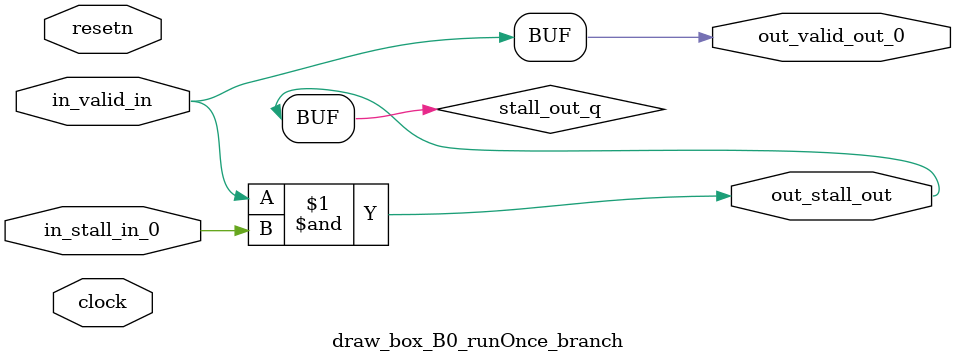
<source format=sv>



(* altera_attribute = "-name AUTO_SHIFT_REGISTER_RECOGNITION OFF; -name MESSAGE_DISABLE 10036; -name MESSAGE_DISABLE 10037; -name MESSAGE_DISABLE 14130; -name MESSAGE_DISABLE 14320; -name MESSAGE_DISABLE 15400; -name MESSAGE_DISABLE 14130; -name MESSAGE_DISABLE 10036; -name MESSAGE_DISABLE 12020; -name MESSAGE_DISABLE 12030; -name MESSAGE_DISABLE 12010; -name MESSAGE_DISABLE 12110; -name MESSAGE_DISABLE 14320; -name MESSAGE_DISABLE 13410; -name MESSAGE_DISABLE 113007; -name MESSAGE_DISABLE 10958" *)
module draw_box_B0_runOnce_branch (
    input wire [0:0] in_stall_in_0,
    input wire [0:0] in_valid_in,
    output wire [0:0] out_stall_out,
    output wire [0:0] out_valid_out_0,
    input wire clock,
    input wire resetn
    );

    wire [0:0] stall_out_q;


    // stall_out(LOGICAL,6)
    assign stall_out_q = in_valid_in & in_stall_in_0;

    // out_stall_out(GPOUT,4)
    assign out_stall_out = stall_out_q;

    // out_valid_out_0(GPOUT,5)
    assign out_valid_out_0 = in_valid_in;

endmodule

</source>
